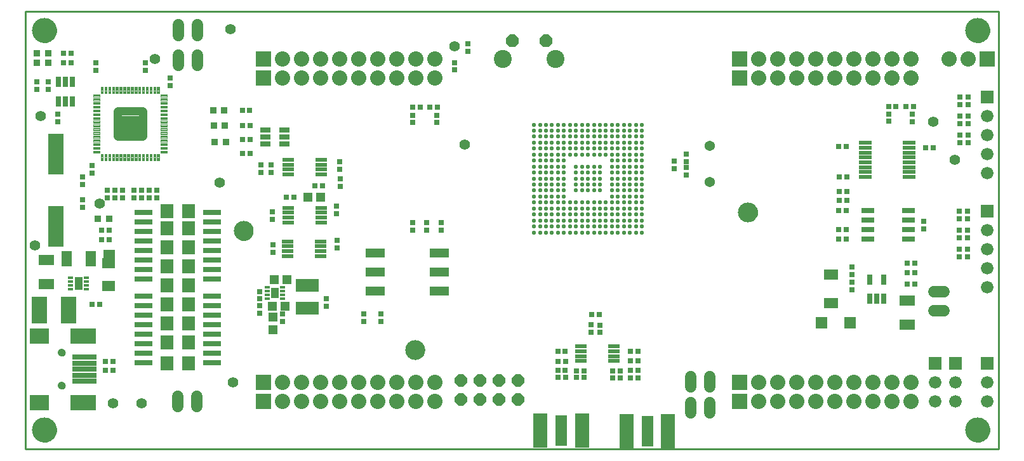
<source format=gts>
G75*
G70*
%OFA0B0*%
%FSLAX24Y24*%
%IPPOS*%
%LPD*%
%AMOC8*
5,1,8,0,0,1.08239X$1,22.5*
%
%ADD10C,0.0100*%
%ADD11R,0.0600X0.0500*%
%ADD12C,0.0000*%
%ADD13C,0.1310*%
%ADD14C,0.1040*%
%ADD15R,0.0296X0.0296*%
%ADD16R,0.0277X0.0532*%
%ADD17C,0.0443*%
%ADD18C,0.0040*%
%ADD19R,0.0926X0.0296*%
%ADD20R,0.0375X0.0375*%
%ADD21R,0.0820X0.2160*%
%ADD22R,0.0690X0.0770*%
%ADD23C,0.0600*%
%ADD24R,0.0808X0.1399*%
%ADD25R,0.0532X0.0277*%
%ADD26R,0.0690X0.0198*%
%ADD27R,0.0660X0.0660*%
%ADD28C,0.0660*%
%ADD29R,0.0690X0.0296*%
%ADD30C,0.0560*%
%ADD31R,0.0769X0.0560*%
%ADD32R,0.0611X0.0611*%
%ADD33R,0.0847X0.0532*%
%ADD34R,0.0310X0.0166*%
%ADD35R,0.0414X0.0690*%
%ADD36R,0.0532X0.0847*%
%ADD37R,0.0651X0.0560*%
%ADD38R,0.0800X0.0800*%
%ADD39C,0.0800*%
%ADD40R,0.0257X0.0158*%
%ADD41R,0.0414X0.0572*%
%ADD42R,0.0493X0.0454*%
%ADD43R,0.0454X0.0493*%
%ADD44R,0.1241X0.0651*%
%ADD45C,0.0217*%
%ADD46C,0.0540*%
%ADD47OC8,0.0660*%
%ADD48C,0.0945*%
%ADD49R,0.1021X0.0505*%
%ADD50OC8,0.0651*%
%ADD51R,0.0631X0.0237*%
%ADD52R,0.1044X0.0847*%
%ADD53R,0.1359X0.0847*%
%ADD54R,0.1280X0.0257*%
%ADD55C,0.0414*%
%ADD56R,0.0611X0.1635*%
%ADD57R,0.0769X0.1832*%
D10*
X001680Y006030D02*
X001680Y029030D01*
X052780Y029030D01*
X052780Y006030D01*
X001680Y006030D01*
D11*
X006080Y016280D03*
D12*
X003413Y011096D02*
X003415Y011122D01*
X003421Y011148D01*
X003431Y011173D01*
X003444Y011196D01*
X003460Y011216D01*
X003480Y011234D01*
X003502Y011249D01*
X003525Y011261D01*
X003551Y011269D01*
X003577Y011273D01*
X003603Y011273D01*
X003629Y011269D01*
X003655Y011261D01*
X003679Y011249D01*
X003700Y011234D01*
X003720Y011216D01*
X003736Y011196D01*
X003749Y011173D01*
X003759Y011148D01*
X003765Y011122D01*
X003767Y011096D01*
X003765Y011070D01*
X003759Y011044D01*
X003749Y011019D01*
X003736Y010996D01*
X003720Y010976D01*
X003700Y010958D01*
X003678Y010943D01*
X003655Y010931D01*
X003629Y010923D01*
X003603Y010919D01*
X003577Y010919D01*
X003551Y010923D01*
X003525Y010931D01*
X003501Y010943D01*
X003480Y010958D01*
X003460Y010976D01*
X003444Y010996D01*
X003431Y011019D01*
X003421Y011044D01*
X003415Y011070D01*
X003413Y011096D01*
X003413Y009364D02*
X003415Y009390D01*
X003421Y009416D01*
X003431Y009441D01*
X003444Y009464D01*
X003460Y009484D01*
X003480Y009502D01*
X003502Y009517D01*
X003525Y009529D01*
X003551Y009537D01*
X003577Y009541D01*
X003603Y009541D01*
X003629Y009537D01*
X003655Y009529D01*
X003679Y009517D01*
X003700Y009502D01*
X003720Y009484D01*
X003736Y009464D01*
X003749Y009441D01*
X003759Y009416D01*
X003765Y009390D01*
X003767Y009364D01*
X003765Y009338D01*
X003759Y009312D01*
X003749Y009287D01*
X003736Y009264D01*
X003720Y009244D01*
X003700Y009226D01*
X003678Y009211D01*
X003655Y009199D01*
X003629Y009191D01*
X003603Y009187D01*
X003577Y009187D01*
X003551Y009191D01*
X003525Y009199D01*
X003501Y009211D01*
X003480Y009226D01*
X003460Y009244D01*
X003444Y009264D01*
X003431Y009287D01*
X003421Y009312D01*
X003415Y009338D01*
X003413Y009364D01*
X002055Y007030D02*
X002057Y007080D01*
X002063Y007129D01*
X002073Y007178D01*
X002086Y007225D01*
X002104Y007272D01*
X002125Y007317D01*
X002149Y007360D01*
X002177Y007401D01*
X002208Y007440D01*
X002242Y007476D01*
X002279Y007510D01*
X002319Y007540D01*
X002360Y007567D01*
X002404Y007591D01*
X002449Y007611D01*
X002496Y007627D01*
X002544Y007640D01*
X002593Y007649D01*
X002643Y007654D01*
X002692Y007655D01*
X002742Y007652D01*
X002791Y007645D01*
X002840Y007634D01*
X002887Y007620D01*
X002933Y007601D01*
X002978Y007579D01*
X003021Y007554D01*
X003061Y007525D01*
X003099Y007493D01*
X003135Y007459D01*
X003168Y007421D01*
X003197Y007381D01*
X003223Y007339D01*
X003246Y007295D01*
X003265Y007249D01*
X003281Y007202D01*
X003293Y007153D01*
X003301Y007104D01*
X003305Y007055D01*
X003305Y007005D01*
X003301Y006956D01*
X003293Y006907D01*
X003281Y006858D01*
X003265Y006811D01*
X003246Y006765D01*
X003223Y006721D01*
X003197Y006679D01*
X003168Y006639D01*
X003135Y006601D01*
X003099Y006567D01*
X003061Y006535D01*
X003021Y006506D01*
X002978Y006481D01*
X002933Y006459D01*
X002887Y006440D01*
X002840Y006426D01*
X002791Y006415D01*
X002742Y006408D01*
X002692Y006405D01*
X002643Y006406D01*
X002593Y006411D01*
X002544Y006420D01*
X002496Y006433D01*
X002449Y006449D01*
X002404Y006469D01*
X002360Y006493D01*
X002319Y006520D01*
X002279Y006550D01*
X002242Y006584D01*
X002208Y006620D01*
X002177Y006659D01*
X002149Y006700D01*
X002125Y006743D01*
X002104Y006788D01*
X002086Y006835D01*
X002073Y006882D01*
X002063Y006931D01*
X002057Y006980D01*
X002055Y007030D01*
X012650Y017490D02*
X012652Y017534D01*
X012658Y017577D01*
X012668Y017620D01*
X012681Y017662D01*
X012699Y017703D01*
X012719Y017741D01*
X012744Y017778D01*
X012771Y017812D01*
X012801Y017844D01*
X012834Y017873D01*
X012870Y017899D01*
X012908Y017921D01*
X012947Y017941D01*
X012989Y017956D01*
X013031Y017968D01*
X013074Y017976D01*
X013118Y017980D01*
X013162Y017980D01*
X013206Y017976D01*
X013249Y017968D01*
X013291Y017956D01*
X013333Y017941D01*
X013372Y017921D01*
X013410Y017899D01*
X013446Y017873D01*
X013479Y017844D01*
X013509Y017812D01*
X013536Y017778D01*
X013561Y017741D01*
X013581Y017703D01*
X013599Y017662D01*
X013612Y017620D01*
X013622Y017577D01*
X013628Y017534D01*
X013630Y017490D01*
X013628Y017446D01*
X013622Y017403D01*
X013612Y017360D01*
X013599Y017318D01*
X013581Y017277D01*
X013561Y017239D01*
X013536Y017202D01*
X013509Y017168D01*
X013479Y017136D01*
X013446Y017107D01*
X013410Y017081D01*
X013372Y017059D01*
X013333Y017039D01*
X013291Y017024D01*
X013249Y017012D01*
X013206Y017004D01*
X013162Y017000D01*
X013118Y017000D01*
X013074Y017004D01*
X013031Y017012D01*
X012989Y017024D01*
X012947Y017039D01*
X012908Y017059D01*
X012870Y017081D01*
X012834Y017107D01*
X012801Y017136D01*
X012771Y017168D01*
X012744Y017202D01*
X012719Y017239D01*
X012699Y017277D01*
X012681Y017318D01*
X012668Y017360D01*
X012658Y017403D01*
X012652Y017446D01*
X012650Y017490D01*
X021660Y011240D02*
X021662Y011284D01*
X021668Y011327D01*
X021678Y011370D01*
X021691Y011412D01*
X021709Y011453D01*
X021729Y011491D01*
X021754Y011528D01*
X021781Y011562D01*
X021811Y011594D01*
X021844Y011623D01*
X021880Y011649D01*
X021918Y011671D01*
X021957Y011691D01*
X021999Y011706D01*
X022041Y011718D01*
X022084Y011726D01*
X022128Y011730D01*
X022172Y011730D01*
X022216Y011726D01*
X022259Y011718D01*
X022301Y011706D01*
X022343Y011691D01*
X022382Y011671D01*
X022420Y011649D01*
X022456Y011623D01*
X022489Y011594D01*
X022519Y011562D01*
X022546Y011528D01*
X022571Y011491D01*
X022591Y011453D01*
X022609Y011412D01*
X022622Y011370D01*
X022632Y011327D01*
X022638Y011284D01*
X022640Y011240D01*
X022638Y011196D01*
X022632Y011153D01*
X022622Y011110D01*
X022609Y011068D01*
X022591Y011027D01*
X022571Y010989D01*
X022546Y010952D01*
X022519Y010918D01*
X022489Y010886D01*
X022456Y010857D01*
X022420Y010831D01*
X022382Y010809D01*
X022343Y010789D01*
X022301Y010774D01*
X022259Y010762D01*
X022216Y010754D01*
X022172Y010750D01*
X022128Y010750D01*
X022084Y010754D01*
X022041Y010762D01*
X021999Y010774D01*
X021957Y010789D01*
X021918Y010809D01*
X021880Y010831D01*
X021844Y010857D01*
X021811Y010886D01*
X021781Y010918D01*
X021754Y010952D01*
X021729Y010989D01*
X021709Y011027D01*
X021691Y011068D01*
X021678Y011110D01*
X021668Y011153D01*
X021662Y011196D01*
X021660Y011240D01*
X039140Y018480D02*
X039142Y018524D01*
X039148Y018567D01*
X039158Y018610D01*
X039171Y018652D01*
X039189Y018693D01*
X039209Y018731D01*
X039234Y018768D01*
X039261Y018802D01*
X039291Y018834D01*
X039324Y018863D01*
X039360Y018889D01*
X039398Y018911D01*
X039437Y018931D01*
X039479Y018946D01*
X039521Y018958D01*
X039564Y018966D01*
X039608Y018970D01*
X039652Y018970D01*
X039696Y018966D01*
X039739Y018958D01*
X039781Y018946D01*
X039823Y018931D01*
X039862Y018911D01*
X039900Y018889D01*
X039936Y018863D01*
X039969Y018834D01*
X039999Y018802D01*
X040026Y018768D01*
X040051Y018731D01*
X040071Y018693D01*
X040089Y018652D01*
X040102Y018610D01*
X040112Y018567D01*
X040118Y018524D01*
X040120Y018480D01*
X040118Y018436D01*
X040112Y018393D01*
X040102Y018350D01*
X040089Y018308D01*
X040071Y018267D01*
X040051Y018229D01*
X040026Y018192D01*
X039999Y018158D01*
X039969Y018126D01*
X039936Y018097D01*
X039900Y018071D01*
X039862Y018049D01*
X039823Y018029D01*
X039781Y018014D01*
X039739Y018002D01*
X039696Y017994D01*
X039652Y017990D01*
X039608Y017990D01*
X039564Y017994D01*
X039521Y018002D01*
X039479Y018014D01*
X039437Y018029D01*
X039398Y018049D01*
X039360Y018071D01*
X039324Y018097D01*
X039291Y018126D01*
X039261Y018158D01*
X039234Y018192D01*
X039209Y018229D01*
X039189Y018267D01*
X039171Y018308D01*
X039158Y018350D01*
X039148Y018393D01*
X039142Y018436D01*
X039140Y018480D01*
X051055Y028030D02*
X051057Y028080D01*
X051063Y028129D01*
X051073Y028178D01*
X051086Y028225D01*
X051104Y028272D01*
X051125Y028317D01*
X051149Y028360D01*
X051177Y028401D01*
X051208Y028440D01*
X051242Y028476D01*
X051279Y028510D01*
X051319Y028540D01*
X051360Y028567D01*
X051404Y028591D01*
X051449Y028611D01*
X051496Y028627D01*
X051544Y028640D01*
X051593Y028649D01*
X051643Y028654D01*
X051692Y028655D01*
X051742Y028652D01*
X051791Y028645D01*
X051840Y028634D01*
X051887Y028620D01*
X051933Y028601D01*
X051978Y028579D01*
X052021Y028554D01*
X052061Y028525D01*
X052099Y028493D01*
X052135Y028459D01*
X052168Y028421D01*
X052197Y028381D01*
X052223Y028339D01*
X052246Y028295D01*
X052265Y028249D01*
X052281Y028202D01*
X052293Y028153D01*
X052301Y028104D01*
X052305Y028055D01*
X052305Y028005D01*
X052301Y027956D01*
X052293Y027907D01*
X052281Y027858D01*
X052265Y027811D01*
X052246Y027765D01*
X052223Y027721D01*
X052197Y027679D01*
X052168Y027639D01*
X052135Y027601D01*
X052099Y027567D01*
X052061Y027535D01*
X052021Y027506D01*
X051978Y027481D01*
X051933Y027459D01*
X051887Y027440D01*
X051840Y027426D01*
X051791Y027415D01*
X051742Y027408D01*
X051692Y027405D01*
X051643Y027406D01*
X051593Y027411D01*
X051544Y027420D01*
X051496Y027433D01*
X051449Y027449D01*
X051404Y027469D01*
X051360Y027493D01*
X051319Y027520D01*
X051279Y027550D01*
X051242Y027584D01*
X051208Y027620D01*
X051177Y027659D01*
X051149Y027700D01*
X051125Y027743D01*
X051104Y027788D01*
X051086Y027835D01*
X051073Y027882D01*
X051063Y027931D01*
X051057Y027980D01*
X051055Y028030D01*
X051055Y007030D02*
X051057Y007080D01*
X051063Y007129D01*
X051073Y007178D01*
X051086Y007225D01*
X051104Y007272D01*
X051125Y007317D01*
X051149Y007360D01*
X051177Y007401D01*
X051208Y007440D01*
X051242Y007476D01*
X051279Y007510D01*
X051319Y007540D01*
X051360Y007567D01*
X051404Y007591D01*
X051449Y007611D01*
X051496Y007627D01*
X051544Y007640D01*
X051593Y007649D01*
X051643Y007654D01*
X051692Y007655D01*
X051742Y007652D01*
X051791Y007645D01*
X051840Y007634D01*
X051887Y007620D01*
X051933Y007601D01*
X051978Y007579D01*
X052021Y007554D01*
X052061Y007525D01*
X052099Y007493D01*
X052135Y007459D01*
X052168Y007421D01*
X052197Y007381D01*
X052223Y007339D01*
X052246Y007295D01*
X052265Y007249D01*
X052281Y007202D01*
X052293Y007153D01*
X052301Y007104D01*
X052305Y007055D01*
X052305Y007005D01*
X052301Y006956D01*
X052293Y006907D01*
X052281Y006858D01*
X052265Y006811D01*
X052246Y006765D01*
X052223Y006721D01*
X052197Y006679D01*
X052168Y006639D01*
X052135Y006601D01*
X052099Y006567D01*
X052061Y006535D01*
X052021Y006506D01*
X051978Y006481D01*
X051933Y006459D01*
X051887Y006440D01*
X051840Y006426D01*
X051791Y006415D01*
X051742Y006408D01*
X051692Y006405D01*
X051643Y006406D01*
X051593Y006411D01*
X051544Y006420D01*
X051496Y006433D01*
X051449Y006449D01*
X051404Y006469D01*
X051360Y006493D01*
X051319Y006520D01*
X051279Y006550D01*
X051242Y006584D01*
X051208Y006620D01*
X051177Y006659D01*
X051149Y006700D01*
X051125Y006743D01*
X051104Y006788D01*
X051086Y006835D01*
X051073Y006882D01*
X051063Y006931D01*
X051057Y006980D01*
X051055Y007030D01*
X002055Y028030D02*
X002057Y028080D01*
X002063Y028129D01*
X002073Y028178D01*
X002086Y028225D01*
X002104Y028272D01*
X002125Y028317D01*
X002149Y028360D01*
X002177Y028401D01*
X002208Y028440D01*
X002242Y028476D01*
X002279Y028510D01*
X002319Y028540D01*
X002360Y028567D01*
X002404Y028591D01*
X002449Y028611D01*
X002496Y028627D01*
X002544Y028640D01*
X002593Y028649D01*
X002643Y028654D01*
X002692Y028655D01*
X002742Y028652D01*
X002791Y028645D01*
X002840Y028634D01*
X002887Y028620D01*
X002933Y028601D01*
X002978Y028579D01*
X003021Y028554D01*
X003061Y028525D01*
X003099Y028493D01*
X003135Y028459D01*
X003168Y028421D01*
X003197Y028381D01*
X003223Y028339D01*
X003246Y028295D01*
X003265Y028249D01*
X003281Y028202D01*
X003293Y028153D01*
X003301Y028104D01*
X003305Y028055D01*
X003305Y028005D01*
X003301Y027956D01*
X003293Y027907D01*
X003281Y027858D01*
X003265Y027811D01*
X003246Y027765D01*
X003223Y027721D01*
X003197Y027679D01*
X003168Y027639D01*
X003135Y027601D01*
X003099Y027567D01*
X003061Y027535D01*
X003021Y027506D01*
X002978Y027481D01*
X002933Y027459D01*
X002887Y027440D01*
X002840Y027426D01*
X002791Y027415D01*
X002742Y027408D01*
X002692Y027405D01*
X002643Y027406D01*
X002593Y027411D01*
X002544Y027420D01*
X002496Y027433D01*
X002449Y027449D01*
X002404Y027469D01*
X002360Y027493D01*
X002319Y027520D01*
X002279Y027550D01*
X002242Y027584D01*
X002208Y027620D01*
X002177Y027659D01*
X002149Y027700D01*
X002125Y027743D01*
X002104Y027788D01*
X002086Y027835D01*
X002073Y027882D01*
X002063Y027931D01*
X002057Y027980D01*
X002055Y028030D01*
D13*
X002680Y028030D03*
X002680Y007030D03*
X051680Y007030D03*
X051680Y028030D03*
D14*
X039630Y018480D03*
X022150Y011240D03*
X013140Y017490D03*
D15*
X014656Y018099D03*
X014656Y018493D03*
X015397Y019274D03*
X015791Y019274D03*
X016877Y019872D03*
X017271Y019872D03*
X018204Y019835D03*
X018204Y020229D03*
X018197Y020739D03*
X018197Y021132D03*
X018021Y018806D03*
X018021Y018412D03*
X018035Y016990D03*
X018035Y016596D03*
X017490Y013927D03*
X017490Y013533D03*
X019456Y013137D03*
X019456Y012744D03*
X020344Y012746D03*
X020344Y013140D03*
X022028Y017531D03*
X022028Y017925D03*
X022739Y017928D03*
X022739Y017534D03*
X023505Y017532D03*
X023505Y017926D03*
X023297Y023188D03*
X023297Y023581D03*
X023324Y024004D03*
X022930Y024004D03*
X022424Y023999D03*
X022030Y023999D03*
X022016Y023580D03*
X022016Y023186D03*
X024220Y025954D03*
X024220Y026347D03*
X024917Y026940D03*
X024917Y027334D03*
X014680Y016759D03*
X014680Y016365D03*
X013990Y014317D03*
X013990Y013923D03*
X013990Y013557D03*
X013990Y013163D03*
X015180Y013127D03*
X015180Y012733D03*
X008580Y019233D03*
X008580Y019627D03*
X008180Y019627D03*
X008180Y019233D03*
X007780Y019233D03*
X007780Y019627D03*
X007380Y019627D03*
X007380Y019233D03*
X006780Y019233D03*
X006780Y019627D03*
X006380Y019627D03*
X006380Y019233D03*
X005980Y019233D03*
X005980Y019627D03*
X005180Y020533D03*
X005180Y020927D03*
X004680Y020327D03*
X004680Y019933D03*
X004680Y019127D03*
X004680Y018733D03*
X005683Y017530D03*
X006077Y017530D03*
X006077Y017030D03*
X005683Y017030D03*
X005577Y013630D03*
X005183Y013630D03*
X005883Y010630D03*
X006277Y010630D03*
X006277Y010180D03*
X005883Y010180D03*
X014056Y020578D03*
X014056Y020971D03*
X014596Y020971D03*
X014596Y020578D03*
X013477Y021585D03*
X013083Y021585D03*
X013079Y022291D03*
X013472Y022291D03*
X013469Y023019D03*
X013075Y023019D03*
X013068Y023835D03*
X013462Y023835D03*
X009280Y025133D03*
X009280Y025527D03*
X007980Y025933D03*
X007980Y026327D03*
X005380Y026327D03*
X005380Y025933D03*
X004077Y026330D03*
X003683Y026330D03*
X003683Y026830D03*
X004077Y026830D03*
X002880Y025327D03*
X002880Y024933D03*
X002280Y024933D03*
X002280Y025327D03*
X003380Y023627D03*
X003380Y023233D03*
X029636Y011162D03*
X030029Y011162D03*
X030036Y010651D03*
X029643Y010651D03*
X029638Y010156D03*
X029644Y009791D03*
X030037Y009791D03*
X030032Y010156D03*
X030616Y010148D03*
X030615Y009798D03*
X031008Y009798D03*
X031010Y010148D03*
X032509Y010147D03*
X032507Y009783D03*
X032900Y009783D03*
X032903Y010147D03*
X033461Y010163D03*
X033453Y009781D03*
X033846Y009781D03*
X033854Y010163D03*
X033852Y010664D03*
X033459Y010664D03*
X033445Y011180D03*
X033839Y011180D03*
X031847Y012158D03*
X031847Y012551D03*
X031374Y012558D03*
X031374Y012164D03*
X031423Y013100D03*
X031817Y013100D03*
X036367Y020434D03*
X036367Y020828D03*
X036371Y021147D03*
X036371Y021541D03*
X035741Y021174D03*
X035741Y020780D03*
X044413Y020330D03*
X044807Y020330D03*
X044812Y019565D03*
X044418Y019565D03*
X044408Y019115D03*
X044802Y019115D03*
X044782Y018565D03*
X044388Y018565D03*
X044378Y017555D03*
X044772Y017555D03*
X044782Y017055D03*
X044388Y017055D03*
X045075Y015587D03*
X045075Y015193D03*
X045075Y014787D03*
X045075Y014393D03*
X047978Y014690D03*
X048372Y014690D03*
X048372Y015290D03*
X047978Y015290D03*
X047978Y015790D03*
X048372Y015790D03*
X048860Y017613D03*
X048860Y018007D03*
X050700Y018133D03*
X050700Y018527D03*
X051160Y018527D03*
X051160Y018133D03*
X051160Y017527D03*
X051160Y017133D03*
X050700Y017133D03*
X050700Y017527D03*
X050700Y016527D03*
X050700Y016133D03*
X051160Y016133D03*
X051160Y016527D03*
X049357Y021880D03*
X048963Y021880D03*
X048248Y023225D03*
X048248Y023619D03*
X048309Y024032D03*
X047915Y024032D03*
X047395Y024038D03*
X047001Y024038D03*
X047008Y023649D03*
X047008Y023255D03*
X044777Y021930D03*
X044383Y021930D03*
X050760Y022133D03*
X050760Y022527D03*
X051180Y022527D03*
X051180Y022133D03*
X051180Y023133D03*
X051180Y023527D03*
X050750Y023527D03*
X050750Y023133D03*
X050750Y024133D03*
X050750Y024527D03*
X051180Y024527D03*
X051180Y024133D03*
D16*
X046749Y014952D03*
X046001Y014952D03*
X046001Y013928D03*
X046375Y013928D03*
X046749Y013928D03*
X004154Y024318D03*
X003780Y024318D03*
X003406Y024318D03*
X003406Y025342D03*
X003780Y025342D03*
X004154Y025342D03*
D17*
X007845Y023795D02*
X007845Y022465D01*
X006515Y022465D01*
X006515Y023795D01*
X007845Y023795D01*
X007845Y022907D02*
X006515Y022907D01*
X006515Y023349D02*
X007845Y023349D01*
X007845Y023791D02*
X006515Y023791D01*
D18*
X005575Y023760D02*
X005575Y023878D01*
X005575Y023760D02*
X005241Y023760D01*
X005241Y023878D01*
X005575Y023878D01*
X005575Y023799D02*
X005241Y023799D01*
X005241Y023838D02*
X005575Y023838D01*
X005575Y023877D02*
X005241Y023877D01*
X005575Y023957D02*
X005575Y024075D01*
X005575Y023957D02*
X005241Y023957D01*
X005241Y024075D01*
X005575Y024075D01*
X005575Y023996D02*
X005241Y023996D01*
X005241Y024035D02*
X005575Y024035D01*
X005575Y024074D02*
X005241Y024074D01*
X005575Y024154D02*
X005575Y024272D01*
X005575Y024154D02*
X005241Y024154D01*
X005241Y024272D01*
X005575Y024272D01*
X005575Y024193D02*
X005241Y024193D01*
X005241Y024232D02*
X005575Y024232D01*
X005575Y024271D02*
X005241Y024271D01*
X005575Y024351D02*
X005575Y024469D01*
X005575Y024351D02*
X005241Y024351D01*
X005241Y024469D01*
X005575Y024469D01*
X005575Y024390D02*
X005241Y024390D01*
X005241Y024429D02*
X005575Y024429D01*
X005575Y024468D02*
X005241Y024468D01*
X005575Y024547D02*
X005575Y024665D01*
X005575Y024547D02*
X005241Y024547D01*
X005241Y024665D01*
X005575Y024665D01*
X005575Y024586D02*
X005241Y024586D01*
X005241Y024625D02*
X005575Y024625D01*
X005575Y024664D02*
X005241Y024664D01*
X005645Y024735D02*
X005763Y024735D01*
X005645Y024735D02*
X005645Y025069D01*
X005763Y025069D01*
X005763Y024735D01*
X005763Y024774D02*
X005645Y024774D01*
X005645Y024813D02*
X005763Y024813D01*
X005763Y024852D02*
X005645Y024852D01*
X005645Y024891D02*
X005763Y024891D01*
X005763Y024930D02*
X005645Y024930D01*
X005645Y024969D02*
X005763Y024969D01*
X005763Y025008D02*
X005645Y025008D01*
X005645Y025047D02*
X005763Y025047D01*
X005841Y024735D02*
X005959Y024735D01*
X005841Y024735D02*
X005841Y025069D01*
X005959Y025069D01*
X005959Y024735D01*
X005959Y024774D02*
X005841Y024774D01*
X005841Y024813D02*
X005959Y024813D01*
X005959Y024852D02*
X005841Y024852D01*
X005841Y024891D02*
X005959Y024891D01*
X005959Y024930D02*
X005841Y024930D01*
X005841Y024969D02*
X005959Y024969D01*
X005959Y025008D02*
X005841Y025008D01*
X005841Y025047D02*
X005959Y025047D01*
X006038Y024735D02*
X006156Y024735D01*
X006038Y024735D02*
X006038Y025069D01*
X006156Y025069D01*
X006156Y024735D01*
X006156Y024774D02*
X006038Y024774D01*
X006038Y024813D02*
X006156Y024813D01*
X006156Y024852D02*
X006038Y024852D01*
X006038Y024891D02*
X006156Y024891D01*
X006156Y024930D02*
X006038Y024930D01*
X006038Y024969D02*
X006156Y024969D01*
X006156Y025008D02*
X006038Y025008D01*
X006038Y025047D02*
X006156Y025047D01*
X006235Y024735D02*
X006353Y024735D01*
X006235Y024735D02*
X006235Y025069D01*
X006353Y025069D01*
X006353Y024735D01*
X006353Y024774D02*
X006235Y024774D01*
X006235Y024813D02*
X006353Y024813D01*
X006353Y024852D02*
X006235Y024852D01*
X006235Y024891D02*
X006353Y024891D01*
X006353Y024930D02*
X006235Y024930D01*
X006235Y024969D02*
X006353Y024969D01*
X006353Y025008D02*
X006235Y025008D01*
X006235Y025047D02*
X006353Y025047D01*
X006432Y024735D02*
X006550Y024735D01*
X006432Y024735D02*
X006432Y025069D01*
X006550Y025069D01*
X006550Y024735D01*
X006550Y024774D02*
X006432Y024774D01*
X006432Y024813D02*
X006550Y024813D01*
X006550Y024852D02*
X006432Y024852D01*
X006432Y024891D02*
X006550Y024891D01*
X006550Y024930D02*
X006432Y024930D01*
X006432Y024969D02*
X006550Y024969D01*
X006550Y025008D02*
X006432Y025008D01*
X006432Y025047D02*
X006550Y025047D01*
X006629Y024735D02*
X006747Y024735D01*
X006629Y024735D02*
X006629Y025069D01*
X006747Y025069D01*
X006747Y024735D01*
X006747Y024774D02*
X006629Y024774D01*
X006629Y024813D02*
X006747Y024813D01*
X006747Y024852D02*
X006629Y024852D01*
X006629Y024891D02*
X006747Y024891D01*
X006747Y024930D02*
X006629Y024930D01*
X006629Y024969D02*
X006747Y024969D01*
X006747Y025008D02*
X006629Y025008D01*
X006629Y025047D02*
X006747Y025047D01*
X006826Y024735D02*
X006944Y024735D01*
X006826Y024735D02*
X006826Y025069D01*
X006944Y025069D01*
X006944Y024735D01*
X006944Y024774D02*
X006826Y024774D01*
X006826Y024813D02*
X006944Y024813D01*
X006944Y024852D02*
X006826Y024852D01*
X006826Y024891D02*
X006944Y024891D01*
X006944Y024930D02*
X006826Y024930D01*
X006826Y024969D02*
X006944Y024969D01*
X006944Y025008D02*
X006826Y025008D01*
X006826Y025047D02*
X006944Y025047D01*
X007023Y024735D02*
X007141Y024735D01*
X007023Y024735D02*
X007023Y025069D01*
X007141Y025069D01*
X007141Y024735D01*
X007141Y024774D02*
X007023Y024774D01*
X007023Y024813D02*
X007141Y024813D01*
X007141Y024852D02*
X007023Y024852D01*
X007023Y024891D02*
X007141Y024891D01*
X007141Y024930D02*
X007023Y024930D01*
X007023Y024969D02*
X007141Y024969D01*
X007141Y025008D02*
X007023Y025008D01*
X007023Y025047D02*
X007141Y025047D01*
X007219Y024735D02*
X007337Y024735D01*
X007219Y024735D02*
X007219Y025069D01*
X007337Y025069D01*
X007337Y024735D01*
X007337Y024774D02*
X007219Y024774D01*
X007219Y024813D02*
X007337Y024813D01*
X007337Y024852D02*
X007219Y024852D01*
X007219Y024891D02*
X007337Y024891D01*
X007337Y024930D02*
X007219Y024930D01*
X007219Y024969D02*
X007337Y024969D01*
X007337Y025008D02*
X007219Y025008D01*
X007219Y025047D02*
X007337Y025047D01*
X007416Y024735D02*
X007534Y024735D01*
X007416Y024735D02*
X007416Y025069D01*
X007534Y025069D01*
X007534Y024735D01*
X007534Y024774D02*
X007416Y024774D01*
X007416Y024813D02*
X007534Y024813D01*
X007534Y024852D02*
X007416Y024852D01*
X007416Y024891D02*
X007534Y024891D01*
X007534Y024930D02*
X007416Y024930D01*
X007416Y024969D02*
X007534Y024969D01*
X007534Y025008D02*
X007416Y025008D01*
X007416Y025047D02*
X007534Y025047D01*
X007613Y024735D02*
X007731Y024735D01*
X007613Y024735D02*
X007613Y025069D01*
X007731Y025069D01*
X007731Y024735D01*
X007731Y024774D02*
X007613Y024774D01*
X007613Y024813D02*
X007731Y024813D01*
X007731Y024852D02*
X007613Y024852D01*
X007613Y024891D02*
X007731Y024891D01*
X007731Y024930D02*
X007613Y024930D01*
X007613Y024969D02*
X007731Y024969D01*
X007731Y025008D02*
X007613Y025008D01*
X007613Y025047D02*
X007731Y025047D01*
X007810Y024735D02*
X007928Y024735D01*
X007810Y024735D02*
X007810Y025069D01*
X007928Y025069D01*
X007928Y024735D01*
X007928Y024774D02*
X007810Y024774D01*
X007810Y024813D02*
X007928Y024813D01*
X007928Y024852D02*
X007810Y024852D01*
X007810Y024891D02*
X007928Y024891D01*
X007928Y024930D02*
X007810Y024930D01*
X007810Y024969D02*
X007928Y024969D01*
X007928Y025008D02*
X007810Y025008D01*
X007810Y025047D02*
X007928Y025047D01*
X008007Y024735D02*
X008125Y024735D01*
X008007Y024735D02*
X008007Y025069D01*
X008125Y025069D01*
X008125Y024735D01*
X008125Y024774D02*
X008007Y024774D01*
X008007Y024813D02*
X008125Y024813D01*
X008125Y024852D02*
X008007Y024852D01*
X008007Y024891D02*
X008125Y024891D01*
X008125Y024930D02*
X008007Y024930D01*
X008007Y024969D02*
X008125Y024969D01*
X008125Y025008D02*
X008007Y025008D01*
X008007Y025047D02*
X008125Y025047D01*
X008204Y024735D02*
X008322Y024735D01*
X008204Y024735D02*
X008204Y025069D01*
X008322Y025069D01*
X008322Y024735D01*
X008322Y024774D02*
X008204Y024774D01*
X008204Y024813D02*
X008322Y024813D01*
X008322Y024852D02*
X008204Y024852D01*
X008204Y024891D02*
X008322Y024891D01*
X008322Y024930D02*
X008204Y024930D01*
X008204Y024969D02*
X008322Y024969D01*
X008322Y025008D02*
X008204Y025008D01*
X008204Y025047D02*
X008322Y025047D01*
X008401Y024735D02*
X008519Y024735D01*
X008401Y024735D02*
X008401Y025069D01*
X008519Y025069D01*
X008519Y024735D01*
X008519Y024774D02*
X008401Y024774D01*
X008401Y024813D02*
X008519Y024813D01*
X008519Y024852D02*
X008401Y024852D01*
X008401Y024891D02*
X008519Y024891D01*
X008519Y024930D02*
X008401Y024930D01*
X008401Y024969D02*
X008519Y024969D01*
X008519Y025008D02*
X008401Y025008D01*
X008401Y025047D02*
X008519Y025047D01*
X008597Y024735D02*
X008715Y024735D01*
X008597Y024735D02*
X008597Y025069D01*
X008715Y025069D01*
X008715Y024735D01*
X008715Y024774D02*
X008597Y024774D01*
X008597Y024813D02*
X008715Y024813D01*
X008715Y024852D02*
X008597Y024852D01*
X008597Y024891D02*
X008715Y024891D01*
X008715Y024930D02*
X008597Y024930D01*
X008597Y024969D02*
X008715Y024969D01*
X008715Y025008D02*
X008597Y025008D01*
X008597Y025047D02*
X008715Y025047D01*
X008785Y024665D02*
X008785Y024547D01*
X008785Y024665D02*
X009119Y024665D01*
X009119Y024547D01*
X008785Y024547D01*
X008785Y024586D02*
X009119Y024586D01*
X009119Y024625D02*
X008785Y024625D01*
X008785Y024664D02*
X009119Y024664D01*
X008785Y024469D02*
X008785Y024351D01*
X008785Y024469D02*
X009119Y024469D01*
X009119Y024351D01*
X008785Y024351D01*
X008785Y024390D02*
X009119Y024390D01*
X009119Y024429D02*
X008785Y024429D01*
X008785Y024468D02*
X009119Y024468D01*
X008785Y024272D02*
X008785Y024154D01*
X008785Y024272D02*
X009119Y024272D01*
X009119Y024154D01*
X008785Y024154D01*
X008785Y024193D02*
X009119Y024193D01*
X009119Y024232D02*
X008785Y024232D01*
X008785Y024271D02*
X009119Y024271D01*
X008785Y024075D02*
X008785Y023957D01*
X008785Y024075D02*
X009119Y024075D01*
X009119Y023957D01*
X008785Y023957D01*
X008785Y023996D02*
X009119Y023996D01*
X009119Y024035D02*
X008785Y024035D01*
X008785Y024074D02*
X009119Y024074D01*
X008785Y023878D02*
X008785Y023760D01*
X008785Y023878D02*
X009119Y023878D01*
X009119Y023760D01*
X008785Y023760D01*
X008785Y023799D02*
X009119Y023799D01*
X009119Y023838D02*
X008785Y023838D01*
X008785Y023877D02*
X009119Y023877D01*
X008785Y023681D02*
X008785Y023563D01*
X008785Y023681D02*
X009119Y023681D01*
X009119Y023563D01*
X008785Y023563D01*
X008785Y023602D02*
X009119Y023602D01*
X009119Y023641D02*
X008785Y023641D01*
X008785Y023680D02*
X009119Y023680D01*
X008785Y023484D02*
X008785Y023366D01*
X008785Y023484D02*
X009119Y023484D01*
X009119Y023366D01*
X008785Y023366D01*
X008785Y023405D02*
X009119Y023405D01*
X009119Y023444D02*
X008785Y023444D01*
X008785Y023483D02*
X009119Y023483D01*
X008785Y023287D02*
X008785Y023169D01*
X008785Y023287D02*
X009119Y023287D01*
X009119Y023169D01*
X008785Y023169D01*
X008785Y023208D02*
X009119Y023208D01*
X009119Y023247D02*
X008785Y023247D01*
X008785Y023286D02*
X009119Y023286D01*
X008785Y023091D02*
X008785Y022973D01*
X008785Y023091D02*
X009119Y023091D01*
X009119Y022973D01*
X008785Y022973D01*
X008785Y023012D02*
X009119Y023012D01*
X009119Y023051D02*
X008785Y023051D01*
X008785Y023090D02*
X009119Y023090D01*
X008785Y022894D02*
X008785Y022776D01*
X008785Y022894D02*
X009119Y022894D01*
X009119Y022776D01*
X008785Y022776D01*
X008785Y022815D02*
X009119Y022815D01*
X009119Y022854D02*
X008785Y022854D01*
X008785Y022893D02*
X009119Y022893D01*
X008785Y022697D02*
X008785Y022579D01*
X008785Y022697D02*
X009119Y022697D01*
X009119Y022579D01*
X008785Y022579D01*
X008785Y022618D02*
X009119Y022618D01*
X009119Y022657D02*
X008785Y022657D01*
X008785Y022696D02*
X009119Y022696D01*
X008785Y022500D02*
X008785Y022382D01*
X008785Y022500D02*
X009119Y022500D01*
X009119Y022382D01*
X008785Y022382D01*
X008785Y022421D02*
X009119Y022421D01*
X009119Y022460D02*
X008785Y022460D01*
X008785Y022499D02*
X009119Y022499D01*
X008785Y022303D02*
X008785Y022185D01*
X008785Y022303D02*
X009119Y022303D01*
X009119Y022185D01*
X008785Y022185D01*
X008785Y022224D02*
X009119Y022224D01*
X009119Y022263D02*
X008785Y022263D01*
X008785Y022302D02*
X009119Y022302D01*
X008785Y022106D02*
X008785Y021988D01*
X008785Y022106D02*
X009119Y022106D01*
X009119Y021988D01*
X008785Y021988D01*
X008785Y022027D02*
X009119Y022027D01*
X009119Y022066D02*
X008785Y022066D01*
X008785Y022105D02*
X009119Y022105D01*
X008785Y021909D02*
X008785Y021791D01*
X008785Y021909D02*
X009119Y021909D01*
X009119Y021791D01*
X008785Y021791D01*
X008785Y021830D02*
X009119Y021830D01*
X009119Y021869D02*
X008785Y021869D01*
X008785Y021908D02*
X009119Y021908D01*
X008785Y021713D02*
X008785Y021595D01*
X008785Y021713D02*
X009119Y021713D01*
X009119Y021595D01*
X008785Y021595D01*
X008785Y021634D02*
X009119Y021634D01*
X009119Y021673D02*
X008785Y021673D01*
X008785Y021712D02*
X009119Y021712D01*
X008715Y021525D02*
X008597Y021525D01*
X008715Y021525D02*
X008715Y021191D01*
X008597Y021191D01*
X008597Y021525D01*
X008597Y021230D02*
X008715Y021230D01*
X008715Y021269D02*
X008597Y021269D01*
X008597Y021308D02*
X008715Y021308D01*
X008715Y021347D02*
X008597Y021347D01*
X008597Y021386D02*
X008715Y021386D01*
X008715Y021425D02*
X008597Y021425D01*
X008597Y021464D02*
X008715Y021464D01*
X008715Y021503D02*
X008597Y021503D01*
X008519Y021525D02*
X008401Y021525D01*
X008519Y021525D02*
X008519Y021191D01*
X008401Y021191D01*
X008401Y021525D01*
X008401Y021230D02*
X008519Y021230D01*
X008519Y021269D02*
X008401Y021269D01*
X008401Y021308D02*
X008519Y021308D01*
X008519Y021347D02*
X008401Y021347D01*
X008401Y021386D02*
X008519Y021386D01*
X008519Y021425D02*
X008401Y021425D01*
X008401Y021464D02*
X008519Y021464D01*
X008519Y021503D02*
X008401Y021503D01*
X008322Y021525D02*
X008204Y021525D01*
X008322Y021525D02*
X008322Y021191D01*
X008204Y021191D01*
X008204Y021525D01*
X008204Y021230D02*
X008322Y021230D01*
X008322Y021269D02*
X008204Y021269D01*
X008204Y021308D02*
X008322Y021308D01*
X008322Y021347D02*
X008204Y021347D01*
X008204Y021386D02*
X008322Y021386D01*
X008322Y021425D02*
X008204Y021425D01*
X008204Y021464D02*
X008322Y021464D01*
X008322Y021503D02*
X008204Y021503D01*
X008125Y021525D02*
X008007Y021525D01*
X008125Y021525D02*
X008125Y021191D01*
X008007Y021191D01*
X008007Y021525D01*
X008007Y021230D02*
X008125Y021230D01*
X008125Y021269D02*
X008007Y021269D01*
X008007Y021308D02*
X008125Y021308D01*
X008125Y021347D02*
X008007Y021347D01*
X008007Y021386D02*
X008125Y021386D01*
X008125Y021425D02*
X008007Y021425D01*
X008007Y021464D02*
X008125Y021464D01*
X008125Y021503D02*
X008007Y021503D01*
X007928Y021525D02*
X007810Y021525D01*
X007928Y021525D02*
X007928Y021191D01*
X007810Y021191D01*
X007810Y021525D01*
X007810Y021230D02*
X007928Y021230D01*
X007928Y021269D02*
X007810Y021269D01*
X007810Y021308D02*
X007928Y021308D01*
X007928Y021347D02*
X007810Y021347D01*
X007810Y021386D02*
X007928Y021386D01*
X007928Y021425D02*
X007810Y021425D01*
X007810Y021464D02*
X007928Y021464D01*
X007928Y021503D02*
X007810Y021503D01*
X007731Y021525D02*
X007613Y021525D01*
X007731Y021525D02*
X007731Y021191D01*
X007613Y021191D01*
X007613Y021525D01*
X007613Y021230D02*
X007731Y021230D01*
X007731Y021269D02*
X007613Y021269D01*
X007613Y021308D02*
X007731Y021308D01*
X007731Y021347D02*
X007613Y021347D01*
X007613Y021386D02*
X007731Y021386D01*
X007731Y021425D02*
X007613Y021425D01*
X007613Y021464D02*
X007731Y021464D01*
X007731Y021503D02*
X007613Y021503D01*
X007534Y021525D02*
X007416Y021525D01*
X007534Y021525D02*
X007534Y021191D01*
X007416Y021191D01*
X007416Y021525D01*
X007416Y021230D02*
X007534Y021230D01*
X007534Y021269D02*
X007416Y021269D01*
X007416Y021308D02*
X007534Y021308D01*
X007534Y021347D02*
X007416Y021347D01*
X007416Y021386D02*
X007534Y021386D01*
X007534Y021425D02*
X007416Y021425D01*
X007416Y021464D02*
X007534Y021464D01*
X007534Y021503D02*
X007416Y021503D01*
X007337Y021525D02*
X007219Y021525D01*
X007337Y021525D02*
X007337Y021191D01*
X007219Y021191D01*
X007219Y021525D01*
X007219Y021230D02*
X007337Y021230D01*
X007337Y021269D02*
X007219Y021269D01*
X007219Y021308D02*
X007337Y021308D01*
X007337Y021347D02*
X007219Y021347D01*
X007219Y021386D02*
X007337Y021386D01*
X007337Y021425D02*
X007219Y021425D01*
X007219Y021464D02*
X007337Y021464D01*
X007337Y021503D02*
X007219Y021503D01*
X007141Y021525D02*
X007023Y021525D01*
X007141Y021525D02*
X007141Y021191D01*
X007023Y021191D01*
X007023Y021525D01*
X007023Y021230D02*
X007141Y021230D01*
X007141Y021269D02*
X007023Y021269D01*
X007023Y021308D02*
X007141Y021308D01*
X007141Y021347D02*
X007023Y021347D01*
X007023Y021386D02*
X007141Y021386D01*
X007141Y021425D02*
X007023Y021425D01*
X007023Y021464D02*
X007141Y021464D01*
X007141Y021503D02*
X007023Y021503D01*
X006944Y021525D02*
X006826Y021525D01*
X006944Y021525D02*
X006944Y021191D01*
X006826Y021191D01*
X006826Y021525D01*
X006826Y021230D02*
X006944Y021230D01*
X006944Y021269D02*
X006826Y021269D01*
X006826Y021308D02*
X006944Y021308D01*
X006944Y021347D02*
X006826Y021347D01*
X006826Y021386D02*
X006944Y021386D01*
X006944Y021425D02*
X006826Y021425D01*
X006826Y021464D02*
X006944Y021464D01*
X006944Y021503D02*
X006826Y021503D01*
X006747Y021525D02*
X006629Y021525D01*
X006747Y021525D02*
X006747Y021191D01*
X006629Y021191D01*
X006629Y021525D01*
X006629Y021230D02*
X006747Y021230D01*
X006747Y021269D02*
X006629Y021269D01*
X006629Y021308D02*
X006747Y021308D01*
X006747Y021347D02*
X006629Y021347D01*
X006629Y021386D02*
X006747Y021386D01*
X006747Y021425D02*
X006629Y021425D01*
X006629Y021464D02*
X006747Y021464D01*
X006747Y021503D02*
X006629Y021503D01*
X006550Y021525D02*
X006432Y021525D01*
X006550Y021525D02*
X006550Y021191D01*
X006432Y021191D01*
X006432Y021525D01*
X006432Y021230D02*
X006550Y021230D01*
X006550Y021269D02*
X006432Y021269D01*
X006432Y021308D02*
X006550Y021308D01*
X006550Y021347D02*
X006432Y021347D01*
X006432Y021386D02*
X006550Y021386D01*
X006550Y021425D02*
X006432Y021425D01*
X006432Y021464D02*
X006550Y021464D01*
X006550Y021503D02*
X006432Y021503D01*
X006353Y021525D02*
X006235Y021525D01*
X006353Y021525D02*
X006353Y021191D01*
X006235Y021191D01*
X006235Y021525D01*
X006235Y021230D02*
X006353Y021230D01*
X006353Y021269D02*
X006235Y021269D01*
X006235Y021308D02*
X006353Y021308D01*
X006353Y021347D02*
X006235Y021347D01*
X006235Y021386D02*
X006353Y021386D01*
X006353Y021425D02*
X006235Y021425D01*
X006235Y021464D02*
X006353Y021464D01*
X006353Y021503D02*
X006235Y021503D01*
X006156Y021525D02*
X006038Y021525D01*
X006156Y021525D02*
X006156Y021191D01*
X006038Y021191D01*
X006038Y021525D01*
X006038Y021230D02*
X006156Y021230D01*
X006156Y021269D02*
X006038Y021269D01*
X006038Y021308D02*
X006156Y021308D01*
X006156Y021347D02*
X006038Y021347D01*
X006038Y021386D02*
X006156Y021386D01*
X006156Y021425D02*
X006038Y021425D01*
X006038Y021464D02*
X006156Y021464D01*
X006156Y021503D02*
X006038Y021503D01*
X005959Y021525D02*
X005841Y021525D01*
X005959Y021525D02*
X005959Y021191D01*
X005841Y021191D01*
X005841Y021525D01*
X005841Y021230D02*
X005959Y021230D01*
X005959Y021269D02*
X005841Y021269D01*
X005841Y021308D02*
X005959Y021308D01*
X005959Y021347D02*
X005841Y021347D01*
X005841Y021386D02*
X005959Y021386D01*
X005959Y021425D02*
X005841Y021425D01*
X005841Y021464D02*
X005959Y021464D01*
X005959Y021503D02*
X005841Y021503D01*
X005763Y021525D02*
X005645Y021525D01*
X005763Y021525D02*
X005763Y021191D01*
X005645Y021191D01*
X005645Y021525D01*
X005645Y021230D02*
X005763Y021230D01*
X005763Y021269D02*
X005645Y021269D01*
X005645Y021308D02*
X005763Y021308D01*
X005763Y021347D02*
X005645Y021347D01*
X005645Y021386D02*
X005763Y021386D01*
X005763Y021425D02*
X005645Y021425D01*
X005645Y021464D02*
X005763Y021464D01*
X005763Y021503D02*
X005645Y021503D01*
X005575Y021595D02*
X005575Y021713D01*
X005575Y021595D02*
X005241Y021595D01*
X005241Y021713D01*
X005575Y021713D01*
X005575Y021634D02*
X005241Y021634D01*
X005241Y021673D02*
X005575Y021673D01*
X005575Y021712D02*
X005241Y021712D01*
X005575Y021791D02*
X005575Y021909D01*
X005575Y021791D02*
X005241Y021791D01*
X005241Y021909D01*
X005575Y021909D01*
X005575Y021830D02*
X005241Y021830D01*
X005241Y021869D02*
X005575Y021869D01*
X005575Y021908D02*
X005241Y021908D01*
X005575Y021988D02*
X005575Y022106D01*
X005575Y021988D02*
X005241Y021988D01*
X005241Y022106D01*
X005575Y022106D01*
X005575Y022027D02*
X005241Y022027D01*
X005241Y022066D02*
X005575Y022066D01*
X005575Y022105D02*
X005241Y022105D01*
X005575Y022185D02*
X005575Y022303D01*
X005575Y022185D02*
X005241Y022185D01*
X005241Y022303D01*
X005575Y022303D01*
X005575Y022224D02*
X005241Y022224D01*
X005241Y022263D02*
X005575Y022263D01*
X005575Y022302D02*
X005241Y022302D01*
X005575Y022382D02*
X005575Y022500D01*
X005575Y022382D02*
X005241Y022382D01*
X005241Y022500D01*
X005575Y022500D01*
X005575Y022421D02*
X005241Y022421D01*
X005241Y022460D02*
X005575Y022460D01*
X005575Y022499D02*
X005241Y022499D01*
X005575Y022579D02*
X005575Y022697D01*
X005575Y022579D02*
X005241Y022579D01*
X005241Y022697D01*
X005575Y022697D01*
X005575Y022618D02*
X005241Y022618D01*
X005241Y022657D02*
X005575Y022657D01*
X005575Y022696D02*
X005241Y022696D01*
X005575Y022776D02*
X005575Y022894D01*
X005575Y022776D02*
X005241Y022776D01*
X005241Y022894D01*
X005575Y022894D01*
X005575Y022815D02*
X005241Y022815D01*
X005241Y022854D02*
X005575Y022854D01*
X005575Y022893D02*
X005241Y022893D01*
X005575Y022973D02*
X005575Y023091D01*
X005575Y022973D02*
X005241Y022973D01*
X005241Y023091D01*
X005575Y023091D01*
X005575Y023012D02*
X005241Y023012D01*
X005241Y023051D02*
X005575Y023051D01*
X005575Y023090D02*
X005241Y023090D01*
X005575Y023169D02*
X005575Y023287D01*
X005575Y023169D02*
X005241Y023169D01*
X005241Y023287D01*
X005575Y023287D01*
X005575Y023208D02*
X005241Y023208D01*
X005241Y023247D02*
X005575Y023247D01*
X005575Y023286D02*
X005241Y023286D01*
X005575Y023366D02*
X005575Y023484D01*
X005575Y023366D02*
X005241Y023366D01*
X005241Y023484D01*
X005575Y023484D01*
X005575Y023405D02*
X005241Y023405D01*
X005241Y023444D02*
X005575Y023444D01*
X005575Y023483D02*
X005241Y023483D01*
X005575Y023563D02*
X005575Y023681D01*
X005575Y023563D02*
X005241Y023563D01*
X005241Y023681D01*
X005575Y023681D01*
X005575Y023602D02*
X005241Y023602D01*
X005241Y023641D02*
X005575Y023641D01*
X005575Y023680D02*
X005241Y023680D01*
D19*
X007869Y018480D03*
X007869Y017980D03*
X007869Y017480D03*
X007869Y016980D03*
X007869Y016480D03*
X007869Y015980D03*
X007869Y015480D03*
X007869Y014980D03*
X007869Y014080D03*
X007869Y013580D03*
X007869Y013080D03*
X007869Y012580D03*
X007869Y012080D03*
X007869Y011580D03*
X007869Y011080D03*
X007869Y010580D03*
X011491Y010580D03*
X011491Y011080D03*
X011491Y011580D03*
X011491Y012080D03*
X011491Y012580D03*
X011491Y013080D03*
X011491Y013580D03*
X011491Y014080D03*
X011491Y014980D03*
X011491Y015480D03*
X011491Y015980D03*
X011491Y016480D03*
X011491Y016980D03*
X011491Y017480D03*
X011491Y017980D03*
X011491Y018480D03*
D20*
X011620Y022168D03*
X012211Y022168D03*
X012163Y023026D03*
X011572Y023026D03*
X011540Y023829D03*
X012130Y023829D03*
X006075Y018130D03*
X005485Y018130D03*
X002875Y026330D03*
X002875Y026830D03*
X002285Y026830D03*
X002285Y026330D03*
D21*
X003280Y021530D03*
X003280Y017730D03*
D22*
X009120Y017630D03*
X009120Y018530D03*
X010240Y018530D03*
X010240Y017630D03*
X010240Y016630D03*
X010240Y015630D03*
X010240Y014630D03*
X010240Y013630D03*
X010240Y012630D03*
X010240Y011630D03*
X010240Y010530D03*
X009120Y010530D03*
X009120Y011630D03*
X009120Y012630D03*
X009120Y013630D03*
X009120Y014630D03*
X009120Y015630D03*
X009120Y016630D03*
D23*
X009680Y008800D02*
X009680Y008260D01*
X010680Y008260D02*
X010680Y008800D01*
X010719Y026195D02*
X010719Y026735D01*
X010700Y027780D02*
X010700Y028320D01*
X009700Y028320D02*
X009700Y027780D01*
X009719Y026735D02*
X009719Y026195D01*
X036629Y009846D02*
X036629Y009306D01*
X037629Y009306D02*
X037629Y009846D01*
X037629Y008477D02*
X037629Y007937D01*
X036629Y007937D02*
X036629Y008477D01*
X049393Y013290D02*
X049933Y013290D01*
X049933Y014290D02*
X049393Y014290D01*
D24*
X003948Y013330D03*
X002412Y013330D03*
D25*
X014267Y022061D03*
X014267Y022435D03*
X014267Y022809D03*
X015291Y022809D03*
X015291Y022435D03*
X015291Y022061D03*
D26*
X045780Y022130D03*
X045780Y021874D03*
X045780Y021618D03*
X045780Y021362D03*
X045780Y021106D03*
X045780Y020850D03*
X045780Y020595D03*
X045780Y020339D03*
X048083Y020339D03*
X048083Y020595D03*
X048083Y020850D03*
X048083Y021106D03*
X048083Y021362D03*
X048083Y021618D03*
X048083Y021874D03*
X048083Y022130D03*
D27*
X052180Y024530D03*
X052180Y018530D03*
X052180Y010530D03*
X050512Y010531D03*
X049441Y010535D03*
D28*
X049441Y009535D03*
X050512Y009531D03*
X050512Y008531D03*
X049441Y008535D03*
X052180Y008530D03*
X052180Y009530D03*
X052180Y014530D03*
X052180Y015530D03*
X052180Y016530D03*
X052180Y017530D03*
X052180Y020530D03*
X052180Y021530D03*
X052180Y022530D03*
X052180Y023530D03*
D29*
X048046Y018555D03*
X048046Y018055D03*
X048046Y017555D03*
X048046Y017055D03*
X045920Y017055D03*
X045920Y017555D03*
X045920Y018055D03*
X045920Y018555D03*
D30*
X050480Y021230D03*
X049341Y023232D03*
X024735Y022039D03*
X024233Y027214D03*
X012464Y028100D03*
X008480Y026530D03*
X002480Y023530D03*
X005580Y018930D03*
X002180Y016730D03*
X006280Y008430D03*
X007780Y008430D03*
X012580Y009530D03*
X011880Y020030D03*
D31*
X043975Y015190D03*
X043975Y013690D03*
D32*
X043497Y012660D03*
X044993Y012660D03*
D33*
X047975Y012560D03*
X047975Y013820D03*
X002780Y014700D03*
X002780Y015960D03*
D34*
X004060Y015030D03*
X004060Y014833D03*
X004060Y014636D03*
X004060Y014439D03*
X004887Y014439D03*
X004887Y014636D03*
X004887Y014833D03*
X004887Y015030D03*
D35*
X004474Y014735D03*
D36*
X003850Y016030D03*
X005110Y016030D03*
D37*
X006062Y015815D03*
X006062Y014615D03*
D38*
X014180Y009530D03*
X014180Y008530D03*
X014180Y025530D03*
X014180Y026530D03*
X039180Y026530D03*
X039180Y025530D03*
X052180Y026530D03*
X039180Y009530D03*
X039180Y008530D03*
D39*
X040180Y008530D03*
X040180Y009530D03*
X041180Y009530D03*
X041180Y008530D03*
X042180Y008530D03*
X043180Y008530D03*
X043180Y009530D03*
X042180Y009530D03*
X044180Y009530D03*
X044180Y008530D03*
X045180Y008530D03*
X046180Y008530D03*
X046180Y009530D03*
X045180Y009530D03*
X047180Y009530D03*
X047180Y008530D03*
X048180Y008530D03*
X048180Y009530D03*
X048180Y025530D03*
X048180Y026530D03*
X047180Y026530D03*
X047180Y025530D03*
X046180Y025530D03*
X046180Y026530D03*
X045180Y026530D03*
X045180Y025530D03*
X044180Y025530D03*
X044180Y026530D03*
X043180Y026530D03*
X043180Y025530D03*
X042180Y025530D03*
X042180Y026530D03*
X041180Y026530D03*
X041180Y025530D03*
X040180Y025530D03*
X040180Y026530D03*
X050180Y026530D03*
X051180Y026530D03*
X023180Y026530D03*
X023180Y025530D03*
X022180Y025530D03*
X022180Y026530D03*
X021180Y026530D03*
X021180Y025530D03*
X020180Y025530D03*
X020180Y026530D03*
X019180Y026530D03*
X019180Y025530D03*
X018180Y025530D03*
X018180Y026530D03*
X017180Y026530D03*
X017180Y025530D03*
X016180Y025530D03*
X016180Y026530D03*
X015180Y026530D03*
X015180Y025530D03*
X015180Y009530D03*
X015180Y008530D03*
X016180Y008530D03*
X016180Y009530D03*
X017180Y009530D03*
X018180Y009530D03*
X018180Y008530D03*
X017180Y008530D03*
X019180Y008530D03*
X019180Y009530D03*
X020180Y009530D03*
X021180Y009530D03*
X021180Y008530D03*
X020180Y008530D03*
X022180Y008530D03*
X022180Y009530D03*
X023180Y009530D03*
X023180Y008530D03*
D40*
X015174Y013935D03*
X015174Y014132D03*
X015174Y014328D03*
X015174Y014525D03*
X014386Y014525D03*
X014386Y014328D03*
X014386Y014132D03*
X014386Y013935D03*
D41*
X014780Y014230D03*
D42*
X014745Y014930D03*
X015415Y014930D03*
X015315Y013530D03*
X014645Y013530D03*
X016501Y019280D03*
X017171Y019280D03*
D43*
X014680Y012965D03*
X014680Y012295D03*
D44*
X016480Y013439D03*
X016480Y014621D03*
D45*
X028386Y017415D03*
X028701Y017415D03*
X029016Y017415D03*
X029331Y017415D03*
X029646Y017415D03*
X029961Y017415D03*
X030276Y017415D03*
X030590Y017415D03*
X030590Y017730D03*
X030276Y017730D03*
X030276Y018045D03*
X030590Y018045D03*
X030590Y018360D03*
X030276Y018360D03*
X030276Y018675D03*
X030590Y018675D03*
X030590Y018990D03*
X030276Y018990D03*
X029961Y018990D03*
X029961Y018675D03*
X029961Y018360D03*
X029961Y018045D03*
X029961Y017730D03*
X029646Y017730D03*
X029646Y018045D03*
X029646Y018360D03*
X029646Y018675D03*
X029646Y018990D03*
X029646Y019305D03*
X029961Y019305D03*
X029961Y019620D03*
X029961Y019935D03*
X029961Y020250D03*
X029961Y020565D03*
X029961Y020880D03*
X029961Y021195D03*
X029961Y021510D03*
X030276Y021510D03*
X030590Y021510D03*
X030590Y021825D03*
X030276Y021825D03*
X030276Y022140D03*
X030590Y022140D03*
X030590Y022455D03*
X030276Y022455D03*
X030276Y022770D03*
X030590Y022770D03*
X030590Y023085D03*
X030276Y023085D03*
X029961Y023085D03*
X029961Y022770D03*
X029961Y022455D03*
X029961Y022140D03*
X029961Y021825D03*
X029646Y021825D03*
X029646Y022140D03*
X029646Y022455D03*
X029646Y022770D03*
X029646Y023085D03*
X029331Y023085D03*
X029331Y022770D03*
X029331Y022455D03*
X029331Y022140D03*
X029331Y021825D03*
X029331Y021510D03*
X029646Y021510D03*
X029646Y021195D03*
X029646Y020880D03*
X029646Y020565D03*
X029646Y020250D03*
X029646Y019935D03*
X029646Y019620D03*
X029331Y019620D03*
X029331Y019305D03*
X029331Y018990D03*
X029331Y018675D03*
X029331Y018360D03*
X029331Y018045D03*
X029331Y017730D03*
X029016Y017730D03*
X029016Y018045D03*
X029016Y018360D03*
X029016Y018675D03*
X029016Y018990D03*
X029016Y019305D03*
X029016Y019620D03*
X029016Y019935D03*
X029331Y019935D03*
X029331Y020250D03*
X029331Y020565D03*
X029331Y020880D03*
X029331Y021195D03*
X029016Y021195D03*
X029016Y021510D03*
X029016Y021825D03*
X029016Y022140D03*
X029016Y022455D03*
X029016Y022770D03*
X029016Y023085D03*
X028701Y023085D03*
X028386Y023085D03*
X028386Y022770D03*
X028701Y022770D03*
X028701Y022455D03*
X028701Y022140D03*
X028701Y021825D03*
X028701Y021510D03*
X028701Y021195D03*
X028701Y020880D03*
X029016Y020880D03*
X029016Y020565D03*
X029016Y020250D03*
X028701Y020250D03*
X028701Y020565D03*
X028386Y020565D03*
X028386Y020880D03*
X028386Y021195D03*
X028386Y021510D03*
X028386Y021825D03*
X028386Y022140D03*
X028386Y022455D03*
X028386Y020250D03*
X028386Y019935D03*
X028701Y019935D03*
X028701Y019620D03*
X028701Y019305D03*
X028701Y018990D03*
X028701Y018675D03*
X028701Y018360D03*
X028701Y018045D03*
X028701Y017730D03*
X028386Y017730D03*
X028386Y018045D03*
X028386Y018360D03*
X028386Y018675D03*
X028386Y018990D03*
X028386Y019305D03*
X028386Y019620D03*
X030590Y019620D03*
X030590Y019935D03*
X030590Y020250D03*
X030590Y020565D03*
X030590Y020880D03*
X030905Y020880D03*
X030905Y020565D03*
X030905Y020250D03*
X030905Y019935D03*
X030905Y019620D03*
X031220Y019620D03*
X031220Y019935D03*
X031220Y020250D03*
X031220Y020565D03*
X031220Y020880D03*
X031535Y020880D03*
X031535Y020565D03*
X031535Y020250D03*
X031535Y019935D03*
X031535Y019620D03*
X031850Y019620D03*
X031850Y019935D03*
X031850Y020250D03*
X031850Y020565D03*
X031850Y020880D03*
X031850Y021510D03*
X031535Y021510D03*
X031220Y021510D03*
X030905Y021510D03*
X030905Y021825D03*
X030905Y022140D03*
X030905Y022455D03*
X030905Y022770D03*
X030905Y023085D03*
X031220Y023085D03*
X031220Y022770D03*
X031220Y022455D03*
X031220Y022140D03*
X031220Y021825D03*
X031535Y021825D03*
X031535Y022140D03*
X031535Y022455D03*
X031535Y022770D03*
X031535Y023085D03*
X031850Y023085D03*
X032165Y023085D03*
X032480Y023085D03*
X032795Y023085D03*
X033110Y023085D03*
X033425Y023085D03*
X033740Y023085D03*
X034055Y023085D03*
X034055Y022770D03*
X033740Y022770D03*
X033425Y022770D03*
X033110Y022770D03*
X032795Y022770D03*
X032480Y022770D03*
X032165Y022770D03*
X031850Y022770D03*
X031850Y022455D03*
X031850Y022140D03*
X031850Y021825D03*
X032165Y021825D03*
X032165Y022140D03*
X032165Y022455D03*
X032480Y022455D03*
X032795Y022455D03*
X033110Y022455D03*
X033425Y022455D03*
X033740Y022455D03*
X034055Y022455D03*
X034055Y022140D03*
X033740Y022140D03*
X033425Y022140D03*
X033110Y022140D03*
X032795Y022140D03*
X032480Y022140D03*
X032480Y021825D03*
X032480Y021510D03*
X032165Y021510D03*
X032480Y021195D03*
X032480Y020880D03*
X032480Y020565D03*
X032480Y020250D03*
X032480Y019935D03*
X032480Y019620D03*
X032480Y019305D03*
X032480Y018990D03*
X032165Y018990D03*
X031850Y018990D03*
X031535Y018990D03*
X031220Y018990D03*
X030905Y018990D03*
X030905Y018675D03*
X030905Y018360D03*
X030905Y018045D03*
X030905Y017730D03*
X030905Y017415D03*
X031220Y017415D03*
X031220Y017730D03*
X031220Y018045D03*
X031220Y018360D03*
X031220Y018675D03*
X031535Y018675D03*
X031535Y018360D03*
X031535Y018045D03*
X031535Y017730D03*
X031535Y017415D03*
X031850Y017415D03*
X032165Y017415D03*
X032480Y017415D03*
X032795Y017415D03*
X033110Y017415D03*
X033425Y017415D03*
X033740Y017415D03*
X034055Y017415D03*
X034055Y017730D03*
X033740Y017730D03*
X033425Y017730D03*
X033110Y017730D03*
X032795Y017730D03*
X032480Y017730D03*
X032165Y017730D03*
X031850Y017730D03*
X031850Y018045D03*
X031850Y018360D03*
X031850Y018675D03*
X032165Y018675D03*
X032165Y018360D03*
X032165Y018045D03*
X032480Y018045D03*
X032795Y018045D03*
X033110Y018045D03*
X033425Y018045D03*
X033740Y018045D03*
X034055Y018045D03*
X034055Y018360D03*
X033740Y018360D03*
X033425Y018360D03*
X033110Y018360D03*
X032795Y018360D03*
X032480Y018360D03*
X032480Y018675D03*
X032795Y018675D03*
X032795Y018990D03*
X032795Y019305D03*
X032795Y019620D03*
X032795Y019935D03*
X032795Y020250D03*
X032795Y020565D03*
X032795Y020880D03*
X032795Y021195D03*
X032795Y021510D03*
X032795Y021825D03*
X033110Y021825D03*
X033425Y021825D03*
X033740Y021825D03*
X034055Y021825D03*
X034055Y021510D03*
X033740Y021510D03*
X033425Y021510D03*
X033110Y021510D03*
X033110Y021195D03*
X033110Y020880D03*
X033110Y020565D03*
X033110Y020250D03*
X033110Y019935D03*
X033110Y019620D03*
X033110Y019305D03*
X033110Y018990D03*
X033110Y018675D03*
X033425Y018675D03*
X033740Y018675D03*
X034055Y018675D03*
X034055Y018990D03*
X033740Y018990D03*
X033425Y018990D03*
X033425Y019305D03*
X033425Y019620D03*
X033425Y019935D03*
X033425Y020250D03*
X033425Y020565D03*
X033425Y020880D03*
X033425Y021195D03*
X033740Y021195D03*
X034055Y021195D03*
X034055Y020880D03*
X033740Y020880D03*
X033740Y020565D03*
X033740Y020250D03*
X033740Y019935D03*
X033740Y019620D03*
X033740Y019305D03*
X034055Y019305D03*
X034055Y019620D03*
X034055Y019935D03*
X034055Y020250D03*
X034055Y020565D03*
D46*
X037625Y020080D03*
X037625Y021980D03*
D47*
X029017Y027503D03*
X027237Y027503D03*
D48*
X026747Y026523D03*
X029507Y026523D03*
D49*
X023423Y016337D03*
X023423Y015337D03*
X023423Y014337D03*
X020037Y014337D03*
X020037Y015337D03*
X020037Y016337D03*
D50*
X024552Y009622D03*
X025552Y009622D03*
X026552Y009622D03*
X027552Y009622D03*
X027552Y008622D03*
X026552Y008622D03*
X025552Y008622D03*
X024552Y008622D03*
D51*
X030840Y010662D03*
X030840Y010918D03*
X030840Y011174D03*
X030840Y011430D03*
X032572Y011430D03*
X032572Y011174D03*
X032572Y010918D03*
X032572Y010662D03*
X017181Y016181D03*
X017181Y016437D03*
X017181Y016693D03*
X017181Y016949D03*
X017211Y017941D03*
X017211Y018197D03*
X017211Y018453D03*
X017211Y018709D03*
X017211Y020466D03*
X017211Y020722D03*
X017211Y020978D03*
X017211Y021234D03*
X015479Y021234D03*
X015479Y020978D03*
X015479Y020722D03*
X015479Y020466D03*
X015479Y018709D03*
X015479Y018453D03*
X015479Y018197D03*
X015479Y017941D03*
X015449Y016949D03*
X015449Y016693D03*
X015449Y016437D03*
X015449Y016181D03*
D52*
X002409Y011982D03*
X002409Y008478D03*
D53*
X004732Y008478D03*
X004732Y011982D03*
D54*
X004771Y010860D03*
X004771Y010545D03*
X004771Y010230D03*
X004771Y009915D03*
X004771Y009600D03*
D55*
X003590Y009364D03*
X003590Y011096D03*
D56*
X029815Y007000D03*
X034335Y006980D03*
D57*
X033244Y006980D03*
X035426Y006980D03*
X030906Y007000D03*
X028724Y007000D03*
M02*

</source>
